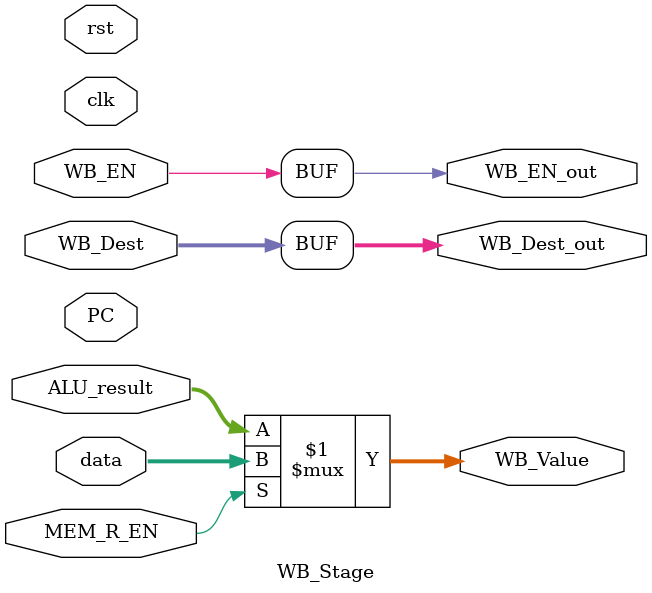
<source format=sv>
`timescale 1ns/1ns
module WB_Stage(
    input clk, rst, 
    input [3:0] WB_Dest,
    input WB_EN, MEM_R_EN,
    input [31:0] ALU_result, data, PC,
    
    output [3:0] WB_Dest_out,
    output WB_EN_out,
    output [31:0] WB_Value
);


assign WB_Dest_out = WB_Dest;
assign WB_EN_out = WB_EN;
assign WB_Value = MEM_R_EN ? data : ALU_result;

endmodule
</source>
